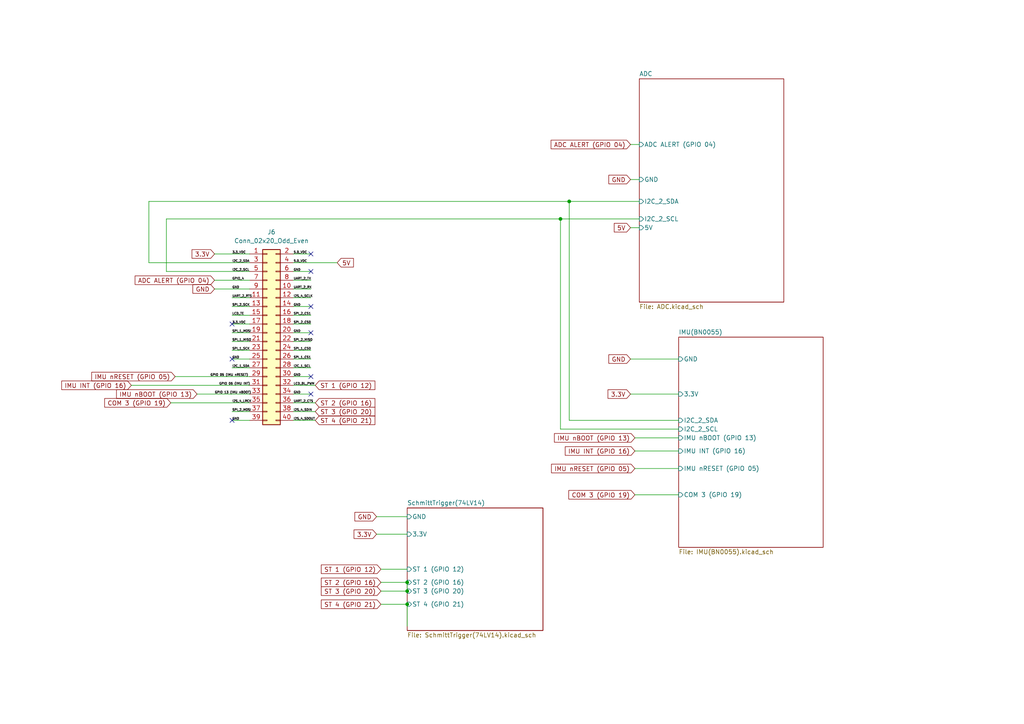
<source format=kicad_sch>
(kicad_sch (version 20231120) (generator "eeschema") (generator_version "8.0")
  (paper "A4")
  (lib_symbols
    (symbol "Connector_Generic:Conn_02x20_Odd_Even" (pin_names (offset 1.016) hide)
      (property "Reference" "J" (at 1.27 25.4 0))
      (property "Value" "Conn_02x20_Odd_Even" (at 1.27 -27.94 0))
      (symbol "Conn_02x20_Odd_Even_1_1"
        (rectangle (start -1.27 -25.273) (end 0 -25.527) (stroke (width 0.1524)))
        (rectangle (start -1.27 -22.733) (end 0 -22.987) (stroke (width 0.1524)))
        (rectangle (start -1.27 -20.193) (end 0 -20.447) (stroke (width 0.1524)))
        (rectangle (start -1.27 -17.653) (end 0 -17.907) (stroke (width 0.1524)))
        (rectangle (start -1.27 -15.113) (end 0 -15.367) (stroke (width 0.1524)))
        (rectangle (start -1.27 -12.573) (end 0 -12.827) (stroke (width 0.1524)))
        (rectangle (start -1.27 -10.033) (end 0 -10.287) (stroke (width 0.1524)))
        (rectangle (start -1.27 -7.493) (end 0 -7.747) (stroke (width 0.1524)))
        (rectangle (start -1.27 -4.953) (end 0 -5.207) (stroke (width 0.1524)))
        (rectangle (start -1.27 -2.413) (end 0 -2.667) (stroke (width 0.1524)))
        (rectangle (start -1.27 0.127) (end 0 -0.127) (stroke (width 0.1524)))
        (rectangle (start -1.27 2.667) (end 0 2.413) (stroke (width 0.1524)))
        (rectangle (start -1.27 5.207) (end 0 4.953) (stroke (width 0.1524)))
        (rectangle (start -1.27 7.747) (end 0 7.493) (stroke (width 0.1524)))
        (rectangle (start -1.27 10.287) (end 0 10.033) (stroke (width 0.1524)))
        (rectangle (start -1.27 12.827) (end 0 12.573) (stroke (width 0.1524)))
        (rectangle (start -1.27 15.367) (end 0 15.113) (stroke (width 0.1524)))
        (rectangle (start -1.27 17.907) (end 0 17.653) (stroke (width 0.1524)))
        (rectangle (start -1.27 20.447) (end 0 20.193) (stroke (width 0.1524)))
        (rectangle (start -1.27 22.987) (end 0 22.733) (stroke (width 0.1524)))
        (rectangle (start -1.27 24.13) (end 3.81 -26.67) (stroke (width 0.254)) (fill (type background)))
        (rectangle (start 3.81 -25.273) (end 2.54 -25.527) (stroke (width 0.1524)))
        (rectangle (start 3.81 -22.733) (end 2.54 -22.987) (stroke (width 0.1524)))
        (rectangle (start 3.81 -20.193) (end 2.54 -20.447) (stroke (width 0.1524)))
        (rectangle (start 3.81 -17.653) (end 2.54 -17.907) (stroke (width 0.1524)))
        (rectangle (start 3.81 -15.113) (end 2.54 -15.367) (stroke (width 0.1524)))
        (rectangle (start 3.81 -12.573) (end 2.54 -12.827) (stroke (width 0.1524)))
        (rectangle (start 3.81 -10.033) (end 2.54 -10.287) (stroke (width 0.1524)))
        (rectangle (start 3.81 -7.493) (end 2.54 -7.747) (stroke (width 0.1524)))
        (rectangle (start 3.81 -4.953) (end 2.54 -5.207) (stroke (width 0.1524)))
        (rectangle (start 3.81 -2.413) (end 2.54 -2.667) (stroke (width 0.1524)))
        (rectangle (start 3.81 0.127) (end 2.54 -0.127) (stroke (width 0.1524)))
        (rectangle (start 3.81 2.667) (end 2.54 2.413) (stroke (width 0.1524)))
        (rectangle (start 3.81 5.207) (end 2.54 4.953) (stroke (width 0.1524)))
        (rectangle (start 3.81 7.747) (end 2.54 7.493) (stroke (width 0.1524)))
        (rectangle (start 3.81 10.287) (end 2.54 10.033) (stroke (width 0.1524)))
        (rectangle (start 3.81 12.827) (end 2.54 12.573) (stroke (width 0.1524)))
        (rectangle (start 3.81 15.367) (end 2.54 15.113) (stroke (width 0.1524)))
        (rectangle (start 3.81 17.907) (end 2.54 17.653) (stroke (width 0.1524)))
        (rectangle (start 3.81 20.447) (end 2.54 20.193) (stroke (width 0.1524)))
        (rectangle (start 3.81 22.987) (end 2.54 22.733) (stroke (width 0.1524)))
        (pin passive line (at -5.08 22.86 0) (length 3.81) (name "Pin_1") (number "1"))
        (pin passive line (at 7.62 12.7 180) (length 3.81) (name "Pin_10") (number "10"))
        (pin passive line (at -5.08 10.16 0) (length 3.81) (name "Pin_11") (number "11"))
        (pin passive line (at 7.62 10.16 180) (length 3.81) (name "Pin_12") (number "12"))
        (pin passive line (at -5.08 7.62 0) (length 3.81) (name "Pin_13") (number "13"))
        (pin passive line (at 7.62 7.62 180) (length 3.81) (name "Pin_14") (number "14"))
        (pin passive line (at -5.08 5.08 0) (length 3.81) (name "Pin_15") (number "15"))
        (pin passive line (at 7.62 5.08 180) (length 3.81) (name "Pin_16") (number "16"))
        (pin passive line (at -5.08 2.54 0) (length 3.81) (name "Pin_17") (number "17"))
        (pin passive line (at 7.62 2.54 180) (length 3.81) (name "Pin_18") (number "18"))
        (pin passive line (at -5.08 0 0) (length 3.81) (name "Pin_19") (number "19"))
        (pin passive line (at 7.62 22.86 180) (length 3.81) (name "Pin_2") (number "2"))
        (pin passive line (at 7.62 0 180) (length 3.81) (name "Pin_20") (number "20"))
        (pin passive line (at -5.08 -2.54 0) (length 3.81) (name "Pin_21") (number "21"))
        (pin passive line (at 7.62 -2.54 180) (length 3.81) (name "Pin_22") (number "22"))
        (pin passive line (at -5.08 -5.08 0) (length 3.81) (name "Pin_23") (number "23"))
        (pin passive line (at 7.62 -5.08 180) (length 3.81) (name "Pin_24") (number "24"))
        (pin passive line (at -5.08 -7.62 0) (length 3.81) (name "Pin_25") (number "25"))
        (pin passive line (at 7.62 -7.62 180) (length 3.81) (name "Pin_26") (number "26"))
        (pin passive line (at -5.08 -10.16 0) (length 3.81) (name "Pin_27") (number "27"))
        (pin passive line (at 7.62 -10.16 180) (length 3.81) (name "Pin_28") (number "28"))
        (pin passive line (at -5.08 -12.7 0) (length 3.81) (name "Pin_29") (number "29"))
        (pin passive line (at -5.08 20.32 0) (length 3.81) (name "Pin_3") (number "3"))
        (pin passive line (at 7.62 -12.7 180) (length 3.81) (name "Pin_30") (number "30"))
        (pin passive line (at -5.08 -15.24 0) (length 3.81) (name "Pin_31") (number "31"))
        (pin passive line (at 7.62 -15.24 180) (length 3.81) (name "Pin_32") (number "32"))
        (pin passive line (at -5.08 -17.78 0) (length 3.81) (name "Pin_33") (number "33"))
        (pin passive line (at 7.62 -17.78 180) (length 3.81) (name "Pin_34") (number "34"))
        (pin passive line (at -5.08 -20.32 0) (length 3.81) (name "Pin_35") (number "35"))
        (pin passive line (at 7.62 -20.32 180) (length 3.81) (name "Pin_36") (number "36"))
        (pin passive line (at -5.08 -22.86 0) (length 3.81) (name "Pin_37") (number "37"))
        (pin passive line (at 7.62 -22.86 180) (length 3.81) (name "Pin_38") (number "38"))
        (pin passive line (at -5.08 -25.4 0) (length 3.81) (name "Pin_39") (number "39"))
        (pin passive line (at 7.62 20.32 180) (length 3.81) (name "Pin_4") (number "4"))
        (pin passive line (at 7.62 -25.4 180) (length 3.81) (name "Pin_40") (number "40"))
        (pin passive line (at -5.08 17.78 0) (length 3.81) (name "Pin_5") (number "5"))
        (pin passive line (at 7.62 17.78 180) (length 3.81) (name "Pin_6") (number "6"))
        (pin passive line (at -5.08 15.24 0) (length 3.81) (name "Pin_7") (number "7"))
        (pin passive line (at 7.62 15.24 180) (length 3.81) (name "Pin_8") (number "8"))
        (pin passive line (at -5.08 12.7 0) (length 3.81) (name "Pin_9") (number "9"))
      )
    )
  )
  (junction (at 162.56 63.5))
  (junction (at 118.11 171.45))
  (junction (at 118.11 175.26))
  (junction (at 165.1 58.42))
  (junction (at 118.11 168.91))
  (no_connect (at 90.17 88.9))
  (no_connect (at 90.17 96.52))
  (no_connect (at 67.31 93.98))
  (no_connect (at 90.17 109.22))
  (no_connect (at 90.17 73.66))
  (no_connect (at 90.17 78.74))
  (no_connect (at 90.17 114.3))
  (no_connect (at 67.31 104.14))
  (no_connect (at 67.31 121.92))
  (wire (pts (xy 85.09 83.82) (xy 90.17 83.82)))
  (wire (pts (xy 43.18 58.42) (xy 43.18 76.2)))
  (wire (pts (xy 182.88 41.91) (xy 185.42 41.91)))
  (wire (pts (xy 85.09 73.66) (xy 90.17 73.66)))
  (wire (pts (xy 57.15 114.3) (xy 72.39 114.3)))
  (wire (pts (xy 165.1 121.92) (xy 165.1 58.42)))
  (wire (pts (xy 50.8 109.22) (xy 72.39 109.22)))
  (wire (pts (xy 85.09 121.92) (xy 91.44 121.92)))
  (wire (pts (xy 67.31 88.9) (xy 72.39 88.9)))
  (wire (pts (xy 118.11 175.26) (xy 118.11 181.61)))
  (wire (pts (xy 67.31 96.52) (xy 72.39 96.52)))
  (wire (pts (xy 43.18 58.42) (xy 165.1 58.42)))
  (wire (pts (xy 110.49 171.45) (xy 118.11 171.45)))
  (wire (pts (xy 49.53 116.84) (xy 72.39 116.84)))
  (wire (pts (xy 85.09 76.2) (xy 97.79 76.2)))
  (wire (pts (xy 110.49 168.91) (xy 118.11 168.91)))
  (wire (pts (xy 85.09 81.28) (xy 90.17 81.28)))
  (wire (pts (xy 109.22 149.86) (xy 118.11 149.86)))
  (wire (pts (xy 184.15 127) (xy 196.85 127)))
  (wire (pts (xy 182.88 66.04) (xy 185.42 66.04)))
  (wire (pts (xy 67.31 91.44) (xy 72.39 91.44)))
  (wire (pts (xy 182.88 114.3) (xy 196.85 114.3)))
  (wire (pts (xy 67.31 101.6) (xy 72.39 101.6)))
  (wire (pts (xy 67.31 93.98) (xy 72.39 93.98)))
  (wire (pts (xy 85.09 78.74) (xy 90.17 78.74)))
  (wire (pts (xy 48.26 63.5) (xy 48.26 78.74)))
  (wire (pts (xy 85.09 93.98) (xy 90.17 93.98)))
  (wire (pts (xy 185.42 58.42) (xy 165.1 58.42)))
  (wire (pts (xy 67.31 121.92) (xy 72.39 121.92)))
  (wire (pts (xy 85.09 111.76) (xy 91.44 111.76)))
  (wire (pts (xy 184.15 135.89) (xy 196.85 135.89)))
  (wire (pts (xy 85.09 86.36) (xy 90.17 86.36)))
  (wire (pts (xy 67.31 119.38) (xy 72.39 119.38)))
  (wire (pts (xy 196.85 124.46) (xy 162.56 124.46)))
  (wire (pts (xy 43.18 76.2) (xy 72.39 76.2)))
  (wire (pts (xy 85.09 91.44) (xy 90.17 91.44)))
  (wire (pts (xy 182.88 104.14) (xy 196.85 104.14)))
  (wire (pts (xy 109.22 154.94) (xy 118.11 154.94)))
  (wire (pts (xy 162.56 63.5) (xy 185.42 63.5)))
  (wire (pts (xy 62.23 73.66) (xy 72.39 73.66)))
  (wire (pts (xy 110.49 175.26) (xy 118.11 175.26)))
  (wire (pts (xy 182.88 52.07) (xy 185.42 52.07)))
  (wire (pts (xy 85.09 88.9) (xy 90.17 88.9)))
  (wire (pts (xy 67.31 104.14) (xy 72.39 104.14)))
  (wire (pts (xy 110.49 165.1) (xy 118.11 165.1)))
  (wire (pts (xy 62.23 83.82) (xy 72.39 83.82)))
  (wire (pts (xy 67.31 99.06) (xy 72.39 99.06)))
  (wire (pts (xy 162.56 63.5) (xy 162.56 124.46)))
  (wire (pts (xy 85.09 101.6) (xy 90.17 101.6)))
  (wire (pts (xy 67.31 106.68) (xy 72.39 106.68)))
  (wire (pts (xy 85.09 109.22) (xy 90.17 109.22)))
  (wire (pts (xy 48.26 78.74) (xy 72.39 78.74)))
  (wire (pts (xy 85.09 104.14) (xy 90.17 104.14)))
  (wire (pts (xy 85.09 96.52) (xy 90.17 96.52)))
  (wire (pts (xy 62.23 81.28) (xy 72.39 81.28)))
  (wire (pts (xy 85.09 116.84) (xy 91.44 116.84)))
  (wire (pts (xy 118.11 168.91) (xy 118.11 171.45)))
  (wire (pts (xy 184.15 143.51) (xy 196.85 143.51)))
  (wire (pts (xy 196.85 121.92) (xy 165.1 121.92)))
  (wire (pts (xy 38.1 111.76) (xy 72.39 111.76)))
  (wire (pts (xy 85.09 99.06) (xy 90.17 99.06)))
  (wire (pts (xy 184.15 130.81) (xy 196.85 130.81)))
  (wire (pts (xy 85.09 106.68) (xy 90.17 106.68)))
  (wire (pts (xy 48.26 63.5) (xy 162.56 63.5)))
  (wire (pts (xy 85.09 119.38) (xy 91.44 119.38)))
  (wire (pts (xy 67.31 86.36) (xy 72.39 86.36)))
  (wire (pts (xy 85.09 114.3) (xy 90.17 114.3)))
  (label "I2S_4_SDIN" (at 85.09 119.38 0) (effects (font (size 0.635 0.635))))
  (label "GPIO 13 (IMU nBOOT)" (at 62.23 114.3 0) (effects (font (size 0.635 0.635))))
  (label "UART_2_CTS" (at 85.09 116.84 0) (effects (font (size 0.635 0.635))))
  (label "GND" (at 85.09 88.9 0) (effects (font (size 0.635 0.635))))
  (label "LCD_TE" (at 67.31 91.44 0) (effects (font (size 0.635 0.635))))
  (label "GND" (at 85.09 109.22 0) (effects (font (size 0.635 0.635))))
  (label "GND" (at 67.31 83.82 0) (effects (font (size 0.635 0.635))))
  (label "GPIO 06 (IMU INT)" (at 63.5 111.76 0) (effects (font (size 0.635 0.635))))
  (label "SPI_2_SCK" (at 67.31 88.9 0) (effects (font (size 0.635 0.635))))
  (label "LCD_BL_PWM" (at 85.09 111.76 0) (effects (font (size 0.635 0.635))))
  (label "GND" (at 85.09 78.74 0) (effects (font (size 0.635 0.635))))
  (label "I2C_2_SCL" (at 67.31 78.74 0) (effects (font (size 0.635 0.635))))
  (label "SPI_2_MISO" (at 85.09 99.06 0) (effects (font (size 0.635 0.635))))
  (label "I2C_2_SDA" (at 67.31 76.2 0) (effects (font (size 0.635 0.635))))
  (label "SPI_1_MOSI" (at 67.31 96.52 0) (effects (font (size 0.635 0.635))))
  (label "I2S_4_LRCK" (at 67.31 116.84 0) (effects (font (size 0.635 0.635))))
  (label "GND" (at 85.09 114.3 0) (effects (font (size 0.635 0.635))))
  (label "SPI_1_MISO" (at 67.31 99.06 0) (effects (font (size 0.635 0.635))))
  (label "SPI_1_CS1" (at 85.09 104.14 0) (effects (font (size 0.635 0.635))))
  (label "SPI_2_CS1" (at 85.09 91.44 0) (effects (font (size 0.635 0.635))))
  (label "I2S_4_SCLK" (at 85.09 86.36 0) (effects (font (size 0.635 0.635))))
  (label "3.3_VDC" (at 67.31 93.98 0) (effects (font (size 0.635 0.635))))
  (label "UART_2_RX" (at 85.09 83.82 0) (effects (font (size 0.635 0.635))))
  (label "I2C_1_SCL" (at 85.09 106.68 0) (effects (font (size 0.635 0.635))))
  (label "SPI_1_CS0" (at 85.09 101.6 0) (effects (font (size 0.635 0.635))))
  (label "I2S_4_SDOUT" (at 85.09 121.92 0) (effects (font (size 0.635 0.635))))
  (label "GPIO 05 (IMU nRESET)" (at 60.96 109.22 0) (effects (font (size 0.635 0.635))))
  (label "5.0_VDC" (at 85.09 76.2 0) (effects (font (size 0.635 0.635))))
  (label "UART_2_RTS" (at 67.31 86.36 0) (effects (font (size 0.635 0.635))))
  (label "GND" (at 85.09 96.52 0) (effects (font (size 0.635 0.635))))
  (label "GND" (at 67.31 104.14 0) (effects (font (size 0.635 0.635))))
  (label "UART_2_TX" (at 85.09 81.28 0) (effects (font (size 0.635 0.635))))
  (label "SPI_2_MOSI" (at 67.31 119.38 0) (effects (font (size 0.635 0.635))))
  (label "GPIO_4" (at 67.31 81.28 0) (effects (font (size 0.635 0.635))))
  (label "3.3_VDC" (at 67.31 73.66 0) (effects (font (size 0.635 0.635))))
  (label "I2C_1_SDA" (at 67.31 106.68 0) (effects (font (size 0.635 0.635))))
  (label "SPI_2_CS0" (at 85.09 93.98 0) (effects (font (size 0.635 0.635))))
  (label "GND" (at 67.31 121.92 0) (effects (font (size 0.635 0.635))))
  (label "SPI_1_SCK" (at 67.31 101.6 0) (effects (font (size 0.635 0.635))))
  (label "5,0_VDC" (at 85.09 73.66 0) (effects (font (size 0.635 0.635))))
  (global_label "3.3V" (shape input) (at 109.22 154.94 180) (property "Intersheetrefs" "${INTERSHEET_REFS}" (effects (hide yes))))
  (global_label "ADC ALERT (GPIO 04)" (shape input) (at 182.88 41.91 180) (property "Intersheetrefs" "${INTERSHEET_REFS}" (effects (hide yes))))
  (global_label "ADC ALERT (GPIO 04)" (shape input) (at 62.23 81.28 180) (property "Intersheetrefs" "${INTERSHEET_REFS}" (effects (hide yes))))
  (global_label "COM 3 (GPIO 19)" (shape input) (at 184.15 143.51 180) (property "Intersheetrefs" "${INTERSHEET_REFS}" (effects (hide yes))))
  (global_label "COM 3 (GPIO 19)" (shape input) (at 49.53 116.84 180) (property "Intersheetrefs" "${INTERSHEET_REFS}" (effects (hide yes))))
  (global_label "IMU INT (GPIO 16)" (shape input) (at 38.1 111.76 180) (property "Intersheetrefs" "${INTERSHEET_REFS}" (effects (hide yes))))
  (global_label "ST 4 (GPIO 21)" (shape input) (at 110.49 175.26 180) (property "Intersheetrefs" "${INTERSHEET_REFS}" (effects (hide yes))))
  (global_label "ST 2 (GPIO 16)" (shape input) (at 110.49 168.91 180) (property "Intersheetrefs" "${INTERSHEET_REFS}" (effects (hide yes))))
  (global_label "IMU INT (GPIO 16)" (shape input) (at 184.15 130.81 180) (property "Intersheetrefs" "${INTERSHEET_REFS}" (effects (hide yes))))
  (global_label "IMU nRESET (GPIO 05)" (shape input) (at 50.8 109.22 180) (property "Intersheetrefs" "${INTERSHEET_REFS}" (effects (hide yes))))
  (global_label "ST 1 (GPIO 12)" (shape input) (at 91.44 111.76 0) (property "Intersheetrefs" "${INTERSHEET_REFS}" (effects (hide yes))))
  (global_label "IMU nBOOT (GPIO 13)" (shape input) (at 184.15 127 180) (property "Intersheetrefs" "${INTERSHEET_REFS}" (effects (hide yes))))
  (global_label "IMU nRESET (GPIO 05)" (shape input) (at 184.15 135.89 180) (property "Intersheetrefs" "${INTERSHEET_REFS}" (effects (hide yes))))
  (global_label "ST 1 (GPIO 12)" (shape input) (at 110.49 165.1 180) (property "Intersheetrefs" "${INTERSHEET_REFS}" (effects (hide yes))))
  (global_label "GND" (shape input) (at 62.23 83.82 180) (property "Intersheetrefs" "${INTERSHEET_REFS}" (effects (hide yes))))
  (global_label "GND" (shape input) (at 109.22 149.86 180) (property "Intersheetrefs" "${INTERSHEET_REFS}" (effects (hide yes))))
  (global_label "ST 3 (GPIO 20)" (shape input) (at 91.44 119.38 0) (property "Intersheetrefs" "${INTERSHEET_REFS}" (effects (hide yes))))
  (global_label "ST 4 (GPIO 21)" (shape input) (at 91.44 121.92 0) (property "Intersheetrefs" "${INTERSHEET_REFS}" (effects (hide yes))))
  (global_label "3.3V" (shape input) (at 182.88 114.3 180) (property "Intersheetrefs" "${INTERSHEET_REFS}" (effects (hide yes))))
  (global_label "GND" (shape input) (at 182.88 104.14 180) (property "Intersheetrefs" "${INTERSHEET_REFS}" (effects (hide yes))))
  (global_label "5V" (shape input) (at 97.79 76.2 0) (property "Intersheetrefs" "${INTERSHEET_REFS}" (effects (hide yes))))
  (global_label "GND" (shape input) (at 182.88 52.07 180) (property "Intersheetrefs" "${INTERSHEET_REFS}" (effects (hide yes))))
  (global_label "ST 2 (GPIO 16)" (shape input) (at 91.44 116.84 0) (property "Intersheetrefs" "${INTERSHEET_REFS}" (effects (hide yes))))
  (global_label "IMU nBOOT (GPIO 13)" (shape input) (at 57.15 114.3 180) (property "Intersheetrefs" "${INTERSHEET_REFS}" (effects (hide yes))))
  (global_label "5V" (shape input) (at 182.88 66.04 180) (property "Intersheetrefs" "${INTERSHEET_REFS}" (effects (hide yes))))
  (global_label "ST 3 (GPIO 20)" (shape input) (at 110.49 171.45 180) (property "Intersheetrefs" "${INTERSHEET_REFS}" (effects (hide yes))))
  (global_label "3.3V" (shape input) (at 62.23 73.66 180) (property "Intersheetrefs" "${INTERSHEET_REFS}" (effects (hide yes))))
  (symbol (lib_id "Connector_Generic:Conn_02x20_Odd_Even") (at 77.47 96.52 0) (unit 1)
    (property "Reference" "J6" (at 78.74 67.31 0))
    (property "Value" "Conn_02x20_Odd_Even" (at 78.74 69.85 0))
    (property "Description" "Generic connector, double row, 02x20, odd/even pin numbering scheme (row 1 odd numbers, row 2 even numbers), script generated (kicad-library-utils/schlib/autogen/connector/)" (effects (hide yes)))
  )
  (sheet (at 196.85 97.79) (size 41.91 60.96) (stroke (width 0.1524))
    (property "Sheetname" "IMU(BN0055)" (at 196.85 97.0784 0) (effects (justify left bottom)))
    (property "Sheetfile" "IMU(BN0055).kicad_sch" (at 196.85 159.3346 0) (effects (justify left top)))
    (pin "GND" input (at 196.85 104.14 180))
    (pin "3.3V" input (at 196.85 114.3 180))
    (pin "I2C_2_SDA" input (at 196.85 121.92 180))
    (pin "IMU nBOOT (GPIO 13)" input (at 196.85 127 180))
    (pin "IMU INT (GPIO 16)" input (at 196.85 130.81 180))
    (pin "IMU nRESET (GPIO 05)" input (at 196.85 135.89 180))
    (pin "I2C_2_SCL" input (at 196.85 124.46 180))
    (pin "COM 3 (GPIO 19)" input (at 196.85 143.51 180))
  )
  (sheet (at 118.11 147.32) (size 39.37 35.56) (stroke (width 0.1524))
    (property "Sheetname" "SchmittTrigger(74LV14)" (at 118.11 146.6084 0) (effects (justify left bottom)))
    (property "Sheetfile" "SchmittTrigger(74LV14).kicad_sch" (at 118.11 183.4646 0) (effects (justify left top)))
    (pin "GND" input (at 118.11 149.86 180))
    (pin "3.3V" input (at 118.11 154.94 180))
    (pin "ST 3 (GPIO 20)" input (at 118.11 171.45 180))
    (pin "ST 1 (GPIO 12)" input (at 118.11 165.1 180))
    (pin "ST 2 (GPIO 16)" input (at 118.11 168.91 180))
    (pin "ST 4 (GPIO 21)" input (at 118.11 175.26 180))
  )
  (sheet (at 185.42 22.86) (size 41.91 64.77) (stroke (width 0.1524))
    (property "Sheetname" "ADC" (at 185.42 22.1484 0) (effects (justify left bottom)))
    (property "Sheetfile" "ADC.kicad_sch" (at 185.42 88.2146 0) (effects (justify left top)))
    (pin "ADC ALERT (GPIO 04)" input (at 185.42 41.91 180))
    (pin "I2C_2_SCL" input (at 185.42 63.5 180))
    (pin "I2C_2_SDA" input (at 185.42 58.42 180))
    (pin "GND" input (at 185.42 52.07 180))
    (pin "5V" input (at 185.42 66.04 180))
  )
)
</source>
